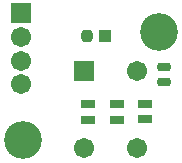
<source format=gts>
G04*
G04 #@! TF.GenerationSoftware,Altium Limited,Altium Designer,20.1.8 (145)*
G04*
G04 Layer_Color=8388736*
%FSLAX25Y25*%
%MOIN*%
G70*
G04*
G04 #@! TF.SameCoordinates,BFEF3063-9A31-45DD-9A99-A3723DEFFCFF*
G04*
G04*
G04 #@! TF.FilePolarity,Negative*
G04*
G01*
G75*
%ADD17R,0.04540X0.02769*%
G04:AMPARAMS|DCode=18|XSize=27.69mil|YSize=45.4mil|CornerRadius=8.92mil|HoleSize=0mil|Usage=FLASHONLY|Rotation=270.000|XOffset=0mil|YOffset=0mil|HoleType=Round|Shape=RoundedRectangle|*
%AMROUNDEDRECTD18*
21,1,0.02769,0.02756,0,0,270.0*
21,1,0.00984,0.04540,0,0,270.0*
1,1,0.01784,-0.01378,-0.00492*
1,1,0.01784,-0.01378,0.00492*
1,1,0.01784,0.01378,0.00492*
1,1,0.01784,0.01378,-0.00492*
%
%ADD18ROUNDEDRECTD18*%
G04:AMPARAMS|DCode=19|XSize=39.5mil|YSize=39.5mil|CornerRadius=11.87mil|HoleSize=0mil|Usage=FLASHONLY|Rotation=0.000|XOffset=0mil|YOffset=0mil|HoleType=Round|Shape=RoundedRectangle|*
%AMROUNDEDRECTD19*
21,1,0.03950,0.01575,0,0,0.0*
21,1,0.01575,0.03950,0,0,0.0*
1,1,0.02375,0.00787,-0.00787*
1,1,0.02375,-0.00787,-0.00787*
1,1,0.02375,-0.00787,0.00787*
1,1,0.02375,0.00787,0.00787*
%
%ADD19ROUNDEDRECTD19*%
%ADD20R,0.03950X0.03950*%
%ADD21C,0.12611*%
%ADD22C,0.06706*%
%ADD23R,0.06706X0.06706*%
D17*
X54724Y15157D02*
D03*
Y20276D02*
D03*
X35827Y20169D02*
D03*
Y15051D02*
D03*
X45276Y15051D02*
D03*
Y20169D02*
D03*
D18*
X61024Y32694D02*
D03*
Y27576D02*
D03*
D19*
X35433Y42807D02*
D03*
D20*
X41339D02*
D03*
D21*
X59449Y44382D02*
D03*
X14173Y8161D02*
D03*
D22*
X13386Y26772D02*
D03*
Y42520D02*
D03*
Y34646D02*
D03*
X34449Y5602D02*
D03*
X52165D02*
D03*
Y31193D02*
D03*
D23*
X13386Y50394D02*
D03*
X34449Y31193D02*
D03*
M02*

</source>
